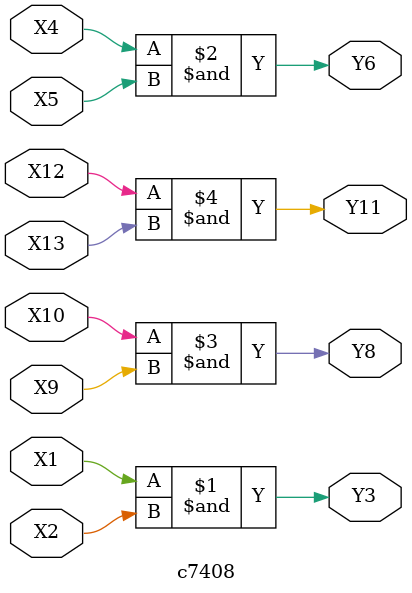
<source format=v>
module c7408(X1,X2,X4,X5,X9,X10,X12,X13,Y3,Y6,Y8,Y11);
input wire X1,X2,X4,X5,X9,X10,X12,X13;
output wire Y3,Y6,Y8,Y11;

assign Y3 = X1 & X2;
assign Y6 = X4 & X5;
assign Y8 = X10 & X9;
assign Y11 = X12 & X13;
endmodule
</source>
